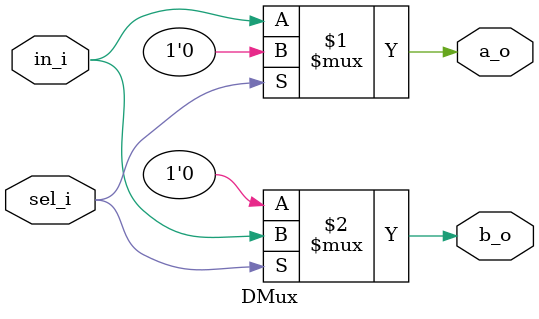
<source format=v>
/*  DMux
 * Demultiplexor:
 * {a, b} = {in, 0} if sel == 0
 *          {0, in} if sel == 1

DMux u_DMux(
    .in_i(),
    .sel_i(),
    .a_o(),
    .b_o()
);

*/

module DMux(
    input wire in_i,
    input wire sel_i,
    output wire a_o,
    output wire b_o
);
    assign a_o = sel_i ? 1'b0 : in_i;
    assign b_o = sel_i ? in_i : 1'b0;

endmodule
</source>
